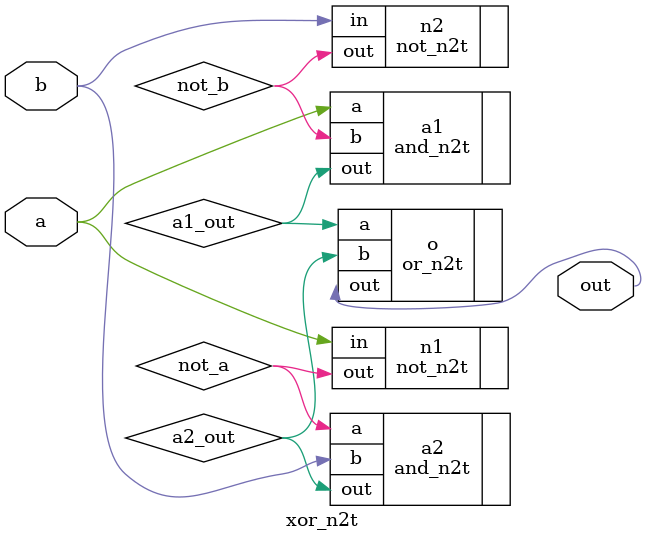
<source format=sv>
`ifndef and_n2t
  `include "and_n2t.sv"
`endif
`define xor_n2t 1

module xor_n2t(input a, input b, output out);

   wire not_a, not_b;
   wire a1_out, a2_out;
      
   not_n2t n1(.in(a), .out(not_a));
   not_n2t n2(.in(b), .out(not_b));

   and_n2t a1(.a(a), .b(not_b), .out(a1_out));
   and_n2t a2(.a(not_a), .b(b), .out(a2_out));
   or_n2t o(.a(a1_out), .b(a2_out), .out(out));
   
endmodule

</source>
